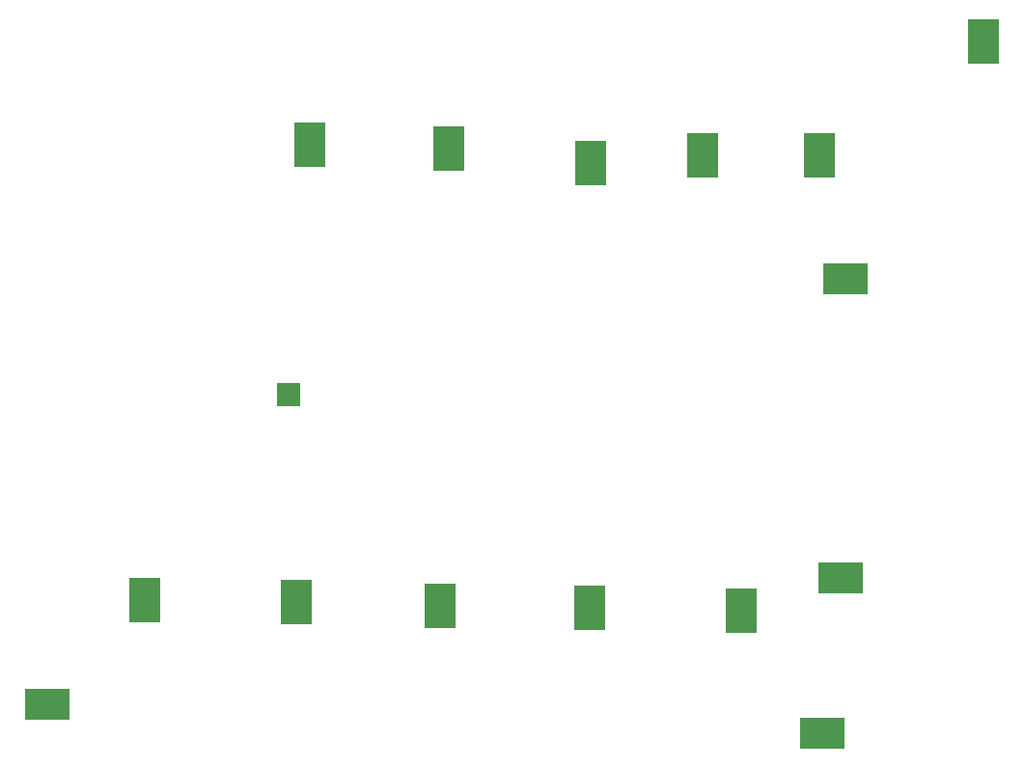
<source format=gbp>
G04 #@! TF.FileFunction,Paste,Bot*
%FSLAX46Y46*%
G04 Gerber Fmt 4.6, Leading zero omitted, Abs format (unit mm)*
G04 Created by KiCad (PCBNEW 4.0.7-e2-6376~58~ubuntu16.04.1) date Mon Aug 27 17:08:27 2018*
%MOMM*%
%LPD*%
G01*
G04 APERTURE LIST*
%ADD10C,0.050000*%
%ADD11R,2.400000X2.400000*%
%ADD12R,2.720000X4.000000*%
%ADD13R,4.000000X2.720000*%
%ADD14R,1.999488X1.999488*%
G04 APERTURE END LIST*
D10*
D11*
X153310000Y-75020000D03*
D12*
X153310000Y-75020000D03*
D11*
X143510000Y-75692000D03*
D12*
X143510000Y-75692000D03*
D11*
X131064000Y-74422000D03*
D12*
X131064000Y-74422000D03*
D11*
X118900000Y-74100000D03*
D12*
X118900000Y-74100000D03*
D11*
X165470000Y-112090000D03*
D13*
X165470000Y-112090000D03*
D11*
X165825000Y-85875000D03*
D13*
X165825000Y-85875000D03*
D11*
X178000000Y-65000000D03*
D12*
X178000000Y-65000000D03*
D11*
X163575000Y-75000000D03*
D12*
X163575000Y-75000000D03*
D11*
X130302000Y-114554000D03*
D12*
X130302000Y-114554000D03*
D11*
X143440000Y-114750000D03*
D12*
X143440000Y-114750000D03*
D11*
X156690000Y-114950000D03*
D12*
X156690000Y-114950000D03*
D11*
X163830000Y-125730000D03*
D13*
X163830000Y-125730000D03*
D11*
X95825000Y-123225000D03*
D13*
X95825000Y-123225000D03*
D11*
X104394000Y-114046000D03*
D12*
X104394000Y-114046000D03*
D11*
X117650000Y-114180000D03*
D12*
X117650000Y-114180000D03*
D14*
X117000000Y-96000000D03*
M02*

</source>
